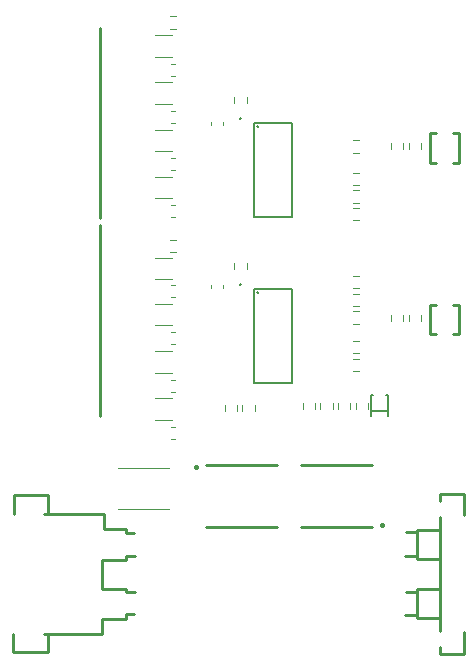
<source format=gto>
%TF.GenerationSoftware,KiCad,Pcbnew,9.0.6*%
%TF.CreationDate,2025-12-05T19:41:49+01:00*%
%TF.ProjectId,balancingBoard,62616c61-6e63-4696-9e67-426f6172642e,rev?*%
%TF.SameCoordinates,Original*%
%TF.FileFunction,Legend,Top*%
%TF.FilePolarity,Positive*%
%FSLAX46Y46*%
G04 Gerber Fmt 4.6, Leading zero omitted, Abs format (unit mm)*
G04 Created by KiCad (PCBNEW 9.0.6) date 2025-12-05 19:41:49*
%MOMM*%
%LPD*%
G01*
G04 APERTURE LIST*
%ADD10C,0.120000*%
%ADD11C,0.250000*%
%ADD12C,0.150000*%
%ADD13C,0.400000*%
G04 APERTURE END LIST*
D10*
%TO.C,C62*%
X100646267Y-88740000D02*
X100353733Y-88740000D01*
X100646267Y-89760000D02*
X100353733Y-89760000D01*
%TO.C,C1*%
X100353733Y-65990000D02*
X100646267Y-65990000D01*
X100353733Y-67010000D02*
X100646267Y-67010000D01*
D11*
%TO.C,U3*%
X121162500Y-101690000D02*
X120222500Y-101690000D01*
X121162500Y-103690000D02*
X120162500Y-103690000D01*
X121162500Y-103940000D02*
X121162500Y-101440000D01*
X121162500Y-106690000D02*
X120222500Y-106690000D01*
X121162500Y-108690000D02*
X120162500Y-108690000D01*
X121162500Y-108940000D02*
X121162500Y-106440000D01*
X123112500Y-98440000D02*
X125112500Y-98440000D01*
X123112500Y-99000000D02*
X123112500Y-98440000D01*
X123112500Y-101440000D02*
X121162500Y-101440000D01*
X123112500Y-103940000D02*
X121162500Y-103940000D01*
X123112500Y-106440000D02*
X121162500Y-106440000D01*
X123112500Y-108940000D02*
X121162500Y-108940000D01*
X123112500Y-110000000D02*
X123112500Y-100370000D01*
X123112500Y-111370000D02*
X123112500Y-111940000D01*
X123112500Y-111940000D02*
X125112500Y-111940000D01*
X125112500Y-98440000D02*
X125112500Y-100240000D01*
X125112500Y-111940000D02*
X125112500Y-110140000D01*
D10*
%TO.C,C50*%
X100353733Y-84740000D02*
X100646267Y-84740000D01*
X100353733Y-85760000D02*
X100646267Y-85760000D01*
%TO.C,R3*%
X98972936Y-63590000D02*
X100427064Y-63590000D01*
X98972936Y-65410000D02*
X100427064Y-65410000D01*
%TO.C,R6*%
X116254724Y-81477500D02*
X115745276Y-81477500D01*
X116254724Y-82522500D02*
X115745276Y-82522500D01*
D11*
%TO.C,CN1*%
X94350000Y-75090000D02*
X94350000Y-58970000D01*
D10*
%TO.C,R30*%
X104877500Y-91367224D02*
X104877500Y-90857776D01*
X105922500Y-91367224D02*
X105922500Y-90857776D01*
%TO.C,C53*%
X103710000Y-80716233D02*
X103710000Y-81008767D01*
X104730000Y-80716233D02*
X104730000Y-81008767D01*
%TO.C,R27*%
X98972936Y-82340000D02*
X100427064Y-82340000D01*
X98972936Y-84160000D02*
X100427064Y-84160000D01*
%TO.C,C49*%
X100353733Y-80740000D02*
X100646267Y-80740000D01*
X100353733Y-81760000D02*
X100646267Y-81760000D01*
%TO.C,C52*%
X105697500Y-78845276D02*
X105697500Y-79354724D01*
X106742500Y-78845276D02*
X106742500Y-79354724D01*
%TO.C,R2*%
X98972936Y-59590000D02*
X100427064Y-59590000D01*
X98972936Y-61410000D02*
X100427064Y-61410000D01*
D11*
%TO.C,R19*%
X122250000Y-82400000D02*
X122770000Y-82400000D01*
X122250000Y-84900000D02*
X122250000Y-82400000D01*
X122770000Y-84900000D02*
X122250000Y-84900000D01*
X124230000Y-82400000D02*
X124750000Y-82400000D01*
X124750000Y-82400000D02*
X124750000Y-84900000D01*
X124750000Y-84900000D02*
X124230000Y-84900000D01*
D10*
%TO.C,R46*%
X98972936Y-90340000D02*
X100427064Y-90340000D01*
X98972936Y-92160000D02*
X100427064Y-92160000D01*
%TO.C,R9*%
X115745276Y-68477500D02*
X116254724Y-68477500D01*
X115745276Y-69522500D02*
X116254724Y-69522500D01*
%TO.C,C4*%
X100353733Y-73990000D02*
X100646267Y-73990000D01*
X100353733Y-75010000D02*
X100646267Y-75010000D01*
%TO.C,R33*%
X111477500Y-90745276D02*
X111477500Y-91254724D01*
X112522500Y-90745276D02*
X112522500Y-91254724D01*
%TO.C,R1*%
X100245276Y-57977500D02*
X100754724Y-57977500D01*
X100245276Y-59022500D02*
X100754724Y-59022500D01*
%TO.C,R34*%
X114477500Y-90745276D02*
X114477500Y-91254724D01*
X115522500Y-90745276D02*
X115522500Y-91254724D01*
%TO.C,R14*%
X115977500Y-90745276D02*
X115977500Y-91254724D01*
X117022500Y-90745276D02*
X117022500Y-91254724D01*
%TO.C,R32*%
X106377500Y-90857776D02*
X106377500Y-91367224D01*
X107422500Y-90857776D02*
X107422500Y-91367224D01*
D12*
%TO.C,U1*%
X107380000Y-81080000D02*
X110620000Y-81080000D01*
X107380000Y-89040000D02*
X107380000Y-81080000D01*
X110620000Y-81080000D02*
X110620000Y-89040000D01*
X110620000Y-89040000D02*
X107380000Y-89040000D01*
X106290000Y-80710000D02*
G75*
G02*
X106150000Y-80710000I-70000J0D01*
G01*
X106150000Y-80710000D02*
G75*
G02*
X106290000Y-80710000I70000J0D01*
G01*
X107750000Y-81390000D02*
G75*
G02*
X107610000Y-81390000I-70000J0D01*
G01*
X107610000Y-81390000D02*
G75*
G02*
X107750000Y-81390000I70000J0D01*
G01*
D10*
%TO.C,C2*%
X100353733Y-61990000D02*
X100646267Y-61990000D01*
X100353733Y-63010000D02*
X100646267Y-63010000D01*
%TO.C,R17*%
X120477500Y-69254724D02*
X120477500Y-68745276D01*
X121522500Y-69254724D02*
X121522500Y-68745276D01*
%TO.C,C6*%
X103710000Y-66933733D02*
X103710000Y-67226267D01*
X104730000Y-66933733D02*
X104730000Y-67226267D01*
%TO.C,R26*%
X98972936Y-78420000D02*
X100427064Y-78420000D01*
X98972936Y-80240000D02*
X100427064Y-80240000D01*
D12*
%TO.C,D2*%
X117270000Y-90090000D02*
X117470000Y-90090000D01*
X117270000Y-91440000D02*
X118730000Y-91440000D01*
X117270000Y-91850000D02*
X117270000Y-90090000D01*
X118730000Y-90090000D02*
X118520000Y-90090000D01*
X118730000Y-91850000D02*
X118730000Y-90090000D01*
D11*
%TO.C,Q3*%
X117320000Y-95970000D02*
X111320000Y-95970000D01*
X117320000Y-101230000D02*
X111320000Y-101230000D01*
D13*
X118220001Y-101080000D02*
X118220001Y-101080000D01*
X118220001Y-101080000D01*
X118220001Y-101080000D01*
X118220001Y-101080000D01*
X118220001Y-101080000D01*
X118220001Y-101080001D01*
X118220001Y-101080001D01*
X118220001Y-101080001D01*
X118220001Y-101080001D01*
X118220001Y-101080001D01*
X118220001Y-101080001D01*
X118220001Y-101080001D01*
X118220000Y-101080001D01*
X118220000Y-101080001D01*
X118220000Y-101080001D01*
X118220000Y-101080001D01*
X118220000Y-101080001D01*
X118220000Y-101080001D01*
X118220000Y-101080001D01*
X118220000Y-101080001D01*
X118220000Y-101080001D01*
X118220000Y-101080001D01*
X118220000Y-101080001D01*
X118220000Y-101080001D01*
X118219999Y-101080001D01*
X118219999Y-101080001D01*
X118219999Y-101080001D01*
X118219999Y-101080001D01*
X118219999Y-101080001D01*
X118219999Y-101080001D01*
X118219999Y-101080000D01*
X118219999Y-101080000D01*
X118219999Y-101080000D01*
X118219999Y-101080000D01*
X118219999Y-101080000D01*
X118219999Y-101080000D01*
X118219999Y-101080000D02*
X118219999Y-101080000D01*
X118219999Y-101080000D01*
X118219999Y-101080000D01*
X118219999Y-101080000D01*
X118219999Y-101080000D01*
X118219999Y-101080000D01*
X118219999Y-101079999D01*
X118219999Y-101079999D01*
X118219999Y-101079999D01*
X118219999Y-101079999D01*
X118219999Y-101079999D01*
X118220000Y-101079999D01*
X118220000Y-101079999D01*
X118220000Y-101079999D01*
X118220000Y-101079999D01*
X118220000Y-101079999D01*
X118220000Y-101079999D01*
X118220000Y-101079999D01*
X118220000Y-101079999D01*
X118220000Y-101079999D01*
X118220000Y-101079999D01*
X118220000Y-101079999D01*
X118220000Y-101079999D01*
X118220001Y-101079999D01*
X118220001Y-101079999D01*
X118220001Y-101079999D01*
X118220001Y-101079999D01*
X118220001Y-101079999D01*
X118220001Y-101079999D01*
X118220001Y-101080000D01*
X118220001Y-101080000D01*
X118220001Y-101080000D01*
X118220001Y-101080000D01*
X118220001Y-101080000D01*
X118220001Y-101080000D01*
X118220001Y-101080000D01*
D12*
%TO.C,U2*%
X107380000Y-67020000D02*
X110620000Y-67020000D01*
X107380000Y-74980000D02*
X107380000Y-67020000D01*
X110620000Y-67020000D02*
X110620000Y-74980000D01*
X110620000Y-74980000D02*
X107380000Y-74980000D01*
X106290000Y-66650000D02*
G75*
G02*
X106150000Y-66650000I-70000J0D01*
G01*
X106150000Y-66650000D02*
G75*
G02*
X106290000Y-66650000I70000J0D01*
G01*
X107750000Y-67330000D02*
G75*
G02*
X107610000Y-67330000I-70000J0D01*
G01*
X107610000Y-67330000D02*
G75*
G02*
X107750000Y-67330000I70000J0D01*
G01*
D11*
%TO.C,R15*%
X122250000Y-67900000D02*
X122770000Y-67900000D01*
X122250000Y-70400000D02*
X122250000Y-67900000D01*
X122770000Y-70400000D02*
X122250000Y-70400000D01*
X124230000Y-67900000D02*
X124750000Y-67900000D01*
X124750000Y-67900000D02*
X124750000Y-70400000D01*
X124750000Y-70400000D02*
X124230000Y-70400000D01*
D10*
%TO.C,R7*%
X115745276Y-79977500D02*
X116254724Y-79977500D01*
X115745276Y-81022500D02*
X116254724Y-81022500D01*
%TO.C,R36*%
X100245276Y-76887500D02*
X100754724Y-76887500D01*
X100245276Y-77932500D02*
X100754724Y-77932500D01*
%TO.C,R5*%
X98972936Y-71590000D02*
X100427064Y-71590000D01*
X98972936Y-73410000D02*
X100427064Y-73410000D01*
D11*
%TO.C,CN2*%
X94325000Y-91810000D02*
X94325000Y-75690000D01*
D10*
%TO.C,R47*%
X116254724Y-85477500D02*
X115745276Y-85477500D01*
X116254724Y-86522500D02*
X115745276Y-86522500D01*
%TO.C,R31*%
X112977500Y-90745276D02*
X112977500Y-91254724D01*
X114022500Y-90745276D02*
X114022500Y-91254724D01*
%TO.C,C51*%
X100353733Y-92740000D02*
X100646267Y-92740000D01*
X100353733Y-93760000D02*
X100646267Y-93760000D01*
%TO.C,R48*%
X116254724Y-86977500D02*
X115745276Y-86977500D01*
X116254724Y-88022500D02*
X115745276Y-88022500D01*
D11*
%TO.C,CN3*%
X86950000Y-110270000D02*
X86950000Y-111840000D01*
X87020000Y-98540000D02*
X87020000Y-100110000D01*
X89550000Y-100110000D02*
X93550000Y-100110000D01*
X89550000Y-110270000D02*
X93550000Y-110270000D01*
X89920000Y-98540000D02*
X87020000Y-98540000D01*
X89920000Y-98540000D02*
X89920000Y-100110000D01*
X89940000Y-110270000D02*
X89940000Y-111840000D01*
X89940000Y-111840000D02*
X86950000Y-111840000D01*
X94520000Y-104050000D02*
X94520000Y-106460000D01*
X94520000Y-106460000D02*
X96550000Y-106460000D01*
X94520000Y-109000000D02*
X94520000Y-110270000D01*
X94520000Y-110270000D02*
X93550000Y-110270000D01*
X94640000Y-100110000D02*
X93550000Y-100110000D01*
X94640000Y-101380000D02*
X94640000Y-100110000D01*
X96550000Y-101380000D02*
X94640000Y-101380000D01*
X96550000Y-101760000D02*
X96550000Y-101380000D01*
X96550000Y-103670000D02*
X96550000Y-104050000D01*
X96550000Y-104050000D02*
X94520000Y-104050000D01*
X96550000Y-106460000D02*
X96550000Y-106710000D01*
X96550000Y-106710000D02*
X97310000Y-106710000D01*
X96550000Y-108620000D02*
X96550000Y-109000000D01*
X96550000Y-109000000D02*
X94520000Y-109000000D01*
X97180000Y-101760000D02*
X96550000Y-101760000D01*
X97180000Y-108620000D02*
X96550000Y-108620000D01*
X97310000Y-103670000D02*
X96550000Y-103670000D01*
D10*
%TO.C,R4*%
X98972936Y-67590000D02*
X100427064Y-67590000D01*
X98972936Y-69410000D02*
X100427064Y-69410000D01*
%TO.C,R11*%
X116254724Y-71227500D02*
X115745276Y-71227500D01*
X116254724Y-72272500D02*
X115745276Y-72272500D01*
%TO.C,R8*%
X116254724Y-82977500D02*
X115745276Y-82977500D01*
X116254724Y-84022500D02*
X115745276Y-84022500D01*
%TO.C,R12*%
X115745276Y-72727500D02*
X116254724Y-72727500D01*
X115745276Y-73772500D02*
X116254724Y-73772500D01*
%TO.C,R10*%
X118977500Y-68745276D02*
X118977500Y-69254724D01*
X120022500Y-68745276D02*
X120022500Y-69254724D01*
D11*
%TO.C,Q1*%
X103320000Y-95970000D02*
X109320000Y-95970000D01*
X103320000Y-101230000D02*
X109320000Y-101230000D01*
D13*
X102420001Y-96120000D02*
X102420001Y-96120000D01*
X102420001Y-96120000D01*
X102420001Y-96120000D01*
X102420001Y-96120000D01*
X102420001Y-96120000D01*
X102420001Y-96120001D01*
X102420001Y-96120001D01*
X102420001Y-96120001D01*
X102420001Y-96120001D01*
X102420001Y-96120001D01*
X102420001Y-96120001D01*
X102420001Y-96120001D01*
X102420000Y-96120001D01*
X102420000Y-96120001D01*
X102420000Y-96120001D01*
X102420000Y-96120001D01*
X102420000Y-96120001D01*
X102420000Y-96120001D01*
X102420000Y-96120001D01*
X102420000Y-96120001D01*
X102420000Y-96120001D01*
X102420000Y-96120001D01*
X102420000Y-96120001D01*
X102420000Y-96120001D01*
X102419999Y-96120001D01*
X102419999Y-96120001D01*
X102419999Y-96120001D01*
X102419999Y-96120001D01*
X102419999Y-96120001D01*
X102419999Y-96120001D01*
X102419999Y-96120000D01*
X102419999Y-96120000D01*
X102419999Y-96120000D01*
X102419999Y-96120000D01*
X102419999Y-96120000D01*
X102419999Y-96120000D01*
X102419999Y-96120000D02*
X102419999Y-96120000D01*
X102419999Y-96120000D01*
X102419999Y-96120000D01*
X102419999Y-96120000D01*
X102419999Y-96120000D01*
X102419999Y-96120000D01*
X102419999Y-96119999D01*
X102419999Y-96119999D01*
X102419999Y-96119999D01*
X102419999Y-96119999D01*
X102419999Y-96119999D01*
X102420000Y-96119999D01*
X102420000Y-96119999D01*
X102420000Y-96119999D01*
X102420000Y-96119999D01*
X102420000Y-96119999D01*
X102420000Y-96119999D01*
X102420000Y-96119999D01*
X102420000Y-96119999D01*
X102420000Y-96119999D01*
X102420000Y-96119999D01*
X102420000Y-96119999D01*
X102420000Y-96119999D01*
X102420001Y-96119999D01*
X102420001Y-96119999D01*
X102420001Y-96119999D01*
X102420001Y-96119999D01*
X102420001Y-96119999D01*
X102420001Y-96119999D01*
X102420001Y-96120000D01*
X102420001Y-96120000D01*
X102420001Y-96120000D01*
X102420001Y-96120000D01*
X102420001Y-96120000D01*
X102420001Y-96120000D01*
X102420001Y-96120000D01*
D10*
%TO.C,R18*%
X120477500Y-83754724D02*
X120477500Y-83245276D01*
X121522500Y-83754724D02*
X121522500Y-83245276D01*
%TO.C,R21*%
X118977500Y-83245276D02*
X118977500Y-83754724D01*
X120022500Y-83245276D02*
X120022500Y-83754724D01*
%TO.C,R28*%
X98972936Y-86340000D02*
X100427064Y-86340000D01*
X98972936Y-88160000D02*
X100427064Y-88160000D01*
%TO.C,R16*%
X115745276Y-74227500D02*
X116254724Y-74227500D01*
X115745276Y-75272500D02*
X116254724Y-75272500D01*
%TO.C,R13*%
X95822936Y-96250000D02*
X100177064Y-96250000D01*
X95822936Y-99670000D02*
X100177064Y-99670000D01*
%TO.C,C3*%
X100646267Y-69990000D02*
X100353733Y-69990000D01*
X100646267Y-71010000D02*
X100353733Y-71010000D01*
%TO.C,C5*%
X105697500Y-64825276D02*
X105697500Y-65334724D01*
X106742500Y-64825276D02*
X106742500Y-65334724D01*
%TD*%
M02*

</source>
